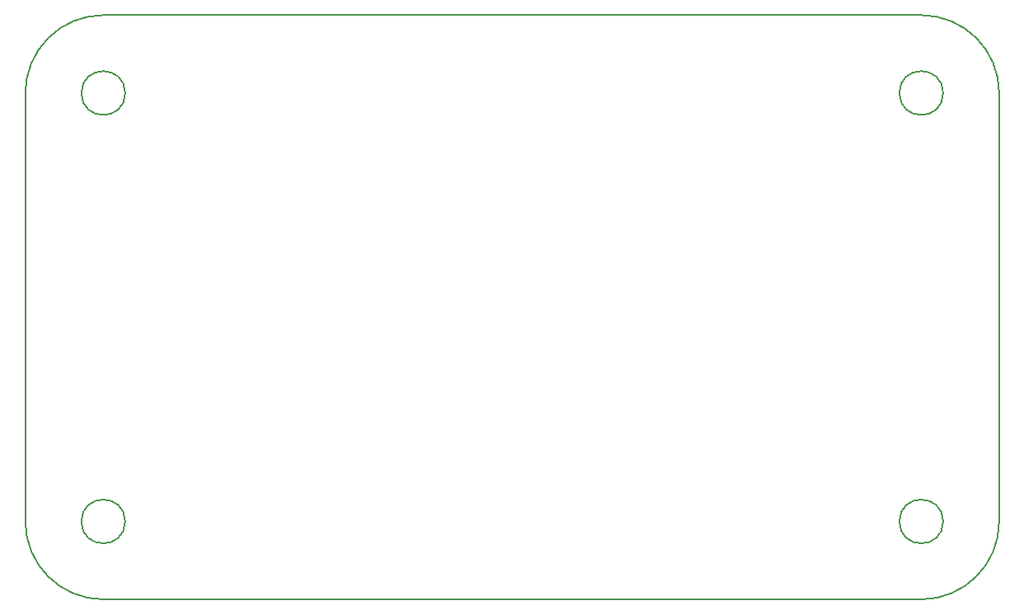
<source format=gbr>
%TF.GenerationSoftware,KiCad,Pcbnew,8.0.3*%
%TF.CreationDate,2025-07-14T16:25:53+02:00*%
%TF.ProjectId,Cmes,436d6573-2e6b-4696-9361-645f70636258,rev?*%
%TF.SameCoordinates,Original*%
%TF.FileFunction,Profile,NP*%
%FSLAX46Y46*%
G04 Gerber Fmt 4.6, Leading zero omitted, Abs format (unit mm)*
G04 Created by KiCad (PCBNEW 8.0.3) date 2025-07-14 16:25:53*
%MOMM*%
%LPD*%
G01*
G04 APERTURE LIST*
%TA.AperFunction,Profile*%
%ADD10C,0.200000*%
%TD*%
G04 APERTURE END LIST*
D10*
X166014400Y-56080600D02*
G75*
G02*
X174014400Y-64080600I0J-8000000D01*
G01*
X74014400Y-64080600D02*
X74014400Y-108080600D01*
X84264400Y-64080600D02*
G75*
G02*
X79764400Y-64080600I-2250000J0D01*
G01*
X79764400Y-64080600D02*
G75*
G02*
X84264400Y-64080600I2250000J0D01*
G01*
X166014400Y-56080600D02*
X82014400Y-56080600D01*
X174014400Y-108080600D02*
X174014400Y-64080600D01*
X74014400Y-64080600D02*
G75*
G02*
X82014400Y-56080600I8000000J0D01*
G01*
X168264400Y-64080600D02*
G75*
G02*
X163764400Y-64080600I-2250000J0D01*
G01*
X163764400Y-64080600D02*
G75*
G02*
X168264400Y-64080600I2250000J0D01*
G01*
X84264400Y-108080600D02*
G75*
G02*
X79764400Y-108080600I-2250000J0D01*
G01*
X79764400Y-108080600D02*
G75*
G02*
X84264400Y-108080600I2250000J0D01*
G01*
X82014400Y-116080600D02*
G75*
G02*
X74014400Y-108080600I0J8000000D01*
G01*
X168264400Y-108080600D02*
G75*
G02*
X163764400Y-108080600I-2250000J0D01*
G01*
X163764400Y-108080600D02*
G75*
G02*
X168264400Y-108080600I2250000J0D01*
G01*
X82014400Y-116080600D02*
X166014400Y-116080600D01*
X174014400Y-108080600D02*
G75*
G02*
X166014400Y-116080600I-8000000J0D01*
G01*
M02*

</source>
